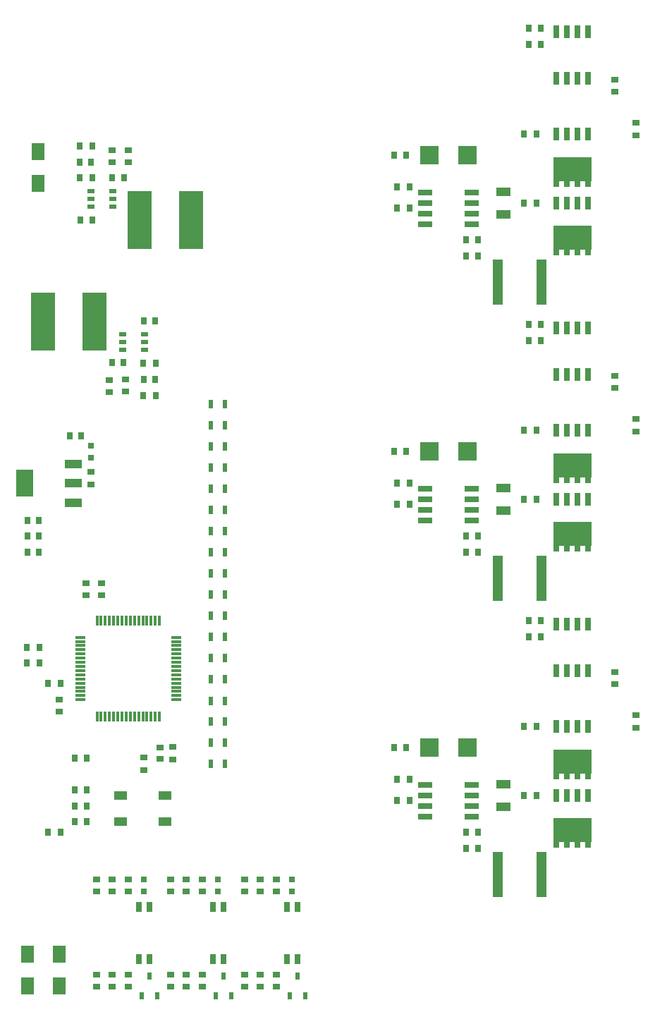
<source format=gtp>
G04*
G04 #@! TF.GenerationSoftware,Altium Limited,Altium Designer,19.1.7 (138)*
G04*
G04 Layer_Color=8421504*
%FSLAX25Y25*%
%MOIN*%
G70*
G01*
G75*
%ADD15R,0.02756X0.03543*%
%ADD16R,0.02284X0.03937*%
%ADD17R,0.03543X0.02756*%
%ADD18R,0.06496X0.07874*%
%ADD19R,0.03150X0.04724*%
%ADD20R,0.03543X0.03150*%
%ADD21R,0.02362X0.03543*%
%ADD22R,0.03150X0.03150*%
%ADD23R,0.03150X0.03543*%
%ADD24R,0.03740X0.02165*%
%ADD25R,0.11811X0.27559*%
%ADD26R,0.05906X0.03937*%
%ADD27R,0.08465X0.12795*%
%ADD28R,0.08465X0.03937*%
%ADD29R,0.04700X0.01200*%
%ADD30R,0.01200X0.04700*%
%ADD31R,0.05000X0.21654*%
%ADD32R,0.06693X0.04331*%
%ADD33R,0.09055X0.09055*%
%ADD34R,0.06890X0.02559*%
%ADD35R,0.03150X0.06299*%
%ADD36R,0.18150X0.11811*%
%ADD37R,0.02559X0.06496*%
D15*
X402953Y325000D02*
D03*
X397047D02*
D03*
X402953Y317500D02*
D03*
X397047D02*
D03*
X419547Y272500D02*
D03*
X425453D02*
D03*
X452008Y444000D02*
D03*
X457913D02*
D03*
X457913Y459232D02*
D03*
X452008D02*
D03*
X577953Y252500D02*
D03*
X572047D02*
D03*
X577953Y262500D02*
D03*
X572047D02*
D03*
X577953Y392500D02*
D03*
X572047D02*
D03*
X577953Y402500D02*
D03*
X572047D02*
D03*
X577953Y532500D02*
D03*
X572047D02*
D03*
X577953Y542500D02*
D03*
X572047D02*
D03*
X427953Y561921D02*
D03*
X422047D02*
D03*
X422047Y546921D02*
D03*
X427953D02*
D03*
X412953Y308000D02*
D03*
X407047D02*
D03*
X425453Y257500D02*
D03*
X419547D02*
D03*
X425453Y242500D02*
D03*
X419547D02*
D03*
X412953Y237500D02*
D03*
X407047D02*
D03*
X576453Y277500D02*
D03*
X570547D02*
D03*
X637953Y255000D02*
D03*
X632047D02*
D03*
X637953Y287500D02*
D03*
X632047D02*
D03*
X576453Y417500D02*
D03*
X570547D02*
D03*
X637953Y395000D02*
D03*
X632047D02*
D03*
X637953Y427500D02*
D03*
X632047D02*
D03*
X570547Y557500D02*
D03*
X576453D02*
D03*
X632047Y535000D02*
D03*
X637953D02*
D03*
X632047Y567500D02*
D03*
X637953D02*
D03*
D16*
X490846Y270000D02*
D03*
X484154D02*
D03*
X490846Y280000D02*
D03*
X484154D02*
D03*
X490846Y290000D02*
D03*
X484154D02*
D03*
X490846Y299500D02*
D03*
X484154D02*
D03*
X490846Y310000D02*
D03*
X484154D02*
D03*
X490846Y320000D02*
D03*
X484154D02*
D03*
X490846Y330000D02*
D03*
X484154D02*
D03*
X490846Y340000D02*
D03*
X484154D02*
D03*
X490846Y350000D02*
D03*
X484154D02*
D03*
X490846Y360000D02*
D03*
X484154D02*
D03*
X490846Y370000D02*
D03*
X484154D02*
D03*
X490846Y380000D02*
D03*
X484154D02*
D03*
X490846Y390000D02*
D03*
X484154D02*
D03*
X490846Y400000D02*
D03*
X484154D02*
D03*
X490846Y410000D02*
D03*
X484154D02*
D03*
X490846Y420000D02*
D03*
X484154D02*
D03*
X490846Y430000D02*
D03*
X484154D02*
D03*
X490846Y440000D02*
D03*
X484154D02*
D03*
D17*
X425000Y355453D02*
D03*
Y349547D02*
D03*
X437500Y209547D02*
D03*
Y215453D02*
D03*
X515000Y170453D02*
D03*
Y164547D02*
D03*
X500000Y170453D02*
D03*
Y164547D02*
D03*
X480000Y170453D02*
D03*
Y164547D02*
D03*
X465000Y170453D02*
D03*
Y164547D02*
D03*
X445000Y170453D02*
D03*
Y164547D02*
D03*
X430000Y170453D02*
D03*
Y164547D02*
D03*
X515000Y209547D02*
D03*
Y215453D02*
D03*
X507500Y209547D02*
D03*
Y215453D02*
D03*
X480000Y209547D02*
D03*
Y215453D02*
D03*
X472500Y209547D02*
D03*
Y215453D02*
D03*
X445000Y209547D02*
D03*
Y215453D02*
D03*
X466000Y277953D02*
D03*
Y272047D02*
D03*
X452500Y272953D02*
D03*
Y267047D02*
D03*
X427500Y402047D02*
D03*
Y407953D02*
D03*
X685000Y287047D02*
D03*
Y292953D02*
D03*
X675000Y307500D02*
D03*
Y313406D02*
D03*
X685000Y427047D02*
D03*
Y432953D02*
D03*
X675000Y447500D02*
D03*
Y453406D02*
D03*
Y593406D02*
D03*
Y587500D02*
D03*
X685000Y572953D02*
D03*
Y567047D02*
D03*
D18*
X412500Y165020D02*
D03*
Y179980D02*
D03*
X397500Y165020D02*
D03*
Y179980D02*
D03*
X402500Y559402D02*
D03*
Y544441D02*
D03*
D19*
X520000Y177598D02*
D03*
X525000D02*
D03*
Y202402D02*
D03*
X520000D02*
D03*
X485000Y177598D02*
D03*
X490000D02*
D03*
Y202402D02*
D03*
X485000D02*
D03*
X450000Y177598D02*
D03*
X455000D02*
D03*
Y202402D02*
D03*
X450000D02*
D03*
D20*
X430000Y209744D02*
D03*
Y215256D02*
D03*
X500000Y209744D02*
D03*
Y215256D02*
D03*
X465000Y209744D02*
D03*
Y215256D02*
D03*
X437500Y170256D02*
D03*
Y164744D02*
D03*
X472500Y170256D02*
D03*
Y164744D02*
D03*
X507500Y170256D02*
D03*
Y164744D02*
D03*
X436000Y445744D02*
D03*
Y451256D02*
D03*
X443602Y445988D02*
D03*
Y451500D02*
D03*
X437500Y559933D02*
D03*
Y554421D02*
D03*
X460000Y277756D02*
D03*
Y272244D02*
D03*
X412500Y300256D02*
D03*
Y294744D02*
D03*
X432500Y349744D02*
D03*
Y355256D02*
D03*
X445000Y554421D02*
D03*
Y559933D02*
D03*
D21*
X521260Y160276D02*
D03*
X528740D02*
D03*
X525000Y169724D02*
D03*
X486260Y160276D02*
D03*
X493740D02*
D03*
X490000Y169724D02*
D03*
X451260Y160276D02*
D03*
X458740D02*
D03*
X455000Y169724D02*
D03*
D22*
X427500Y414548D02*
D03*
Y420453D02*
D03*
X452500Y215452D02*
D03*
Y209547D02*
D03*
X487500Y215452D02*
D03*
Y209547D02*
D03*
X522500Y215452D02*
D03*
Y209547D02*
D03*
D23*
X437244Y459500D02*
D03*
X442756D02*
D03*
X457756Y451500D02*
D03*
X452244D02*
D03*
X452244Y479232D02*
D03*
X457756D02*
D03*
X428012Y526921D02*
D03*
X422500D02*
D03*
X421988Y554421D02*
D03*
X427500D02*
D03*
X425256Y250000D02*
D03*
X419744D02*
D03*
X397244Y385000D02*
D03*
X402756D02*
D03*
X397244Y377500D02*
D03*
X402756D02*
D03*
X437500Y546921D02*
D03*
X443012D02*
D03*
X417244Y425000D02*
D03*
X422756D02*
D03*
X397244Y370000D02*
D03*
X402756D02*
D03*
X610256Y237500D02*
D03*
X604744D02*
D03*
X610256Y230000D02*
D03*
X604744D02*
D03*
X634488Y330000D02*
D03*
X640000D02*
D03*
X634488Y337500D02*
D03*
X640000D02*
D03*
X610256Y377500D02*
D03*
X604744D02*
D03*
X610256Y370000D02*
D03*
X604744D02*
D03*
X634488Y470000D02*
D03*
X640000D02*
D03*
X634488Y477500D02*
D03*
X640000D02*
D03*
Y617500D02*
D03*
X634488D02*
D03*
X640000Y610000D02*
D03*
X634488D02*
D03*
X604744Y517500D02*
D03*
X610256D02*
D03*
X604744Y510000D02*
D03*
X610256D02*
D03*
D24*
X452716Y465492D02*
D03*
Y469232D02*
D03*
Y472972D02*
D03*
X442283D02*
D03*
Y469232D02*
D03*
Y465492D02*
D03*
X437716Y540661D02*
D03*
Y536921D02*
D03*
Y533181D02*
D03*
X427283D02*
D03*
Y536921D02*
D03*
Y540661D02*
D03*
D25*
X404795Y479000D02*
D03*
X429205D02*
D03*
X474705Y526921D02*
D03*
X450295D02*
D03*
D26*
X462500Y242500D02*
D03*
X441500D02*
D03*
Y255000D02*
D03*
X462500D02*
D03*
D27*
X395984Y402500D02*
D03*
D28*
X419016Y411555D02*
D03*
Y402500D02*
D03*
Y393445D02*
D03*
D29*
X422362Y300236D02*
D03*
Y302205D02*
D03*
Y304173D02*
D03*
Y306142D02*
D03*
Y308110D02*
D03*
Y310079D02*
D03*
Y312047D02*
D03*
Y314016D02*
D03*
Y315984D02*
D03*
Y317953D02*
D03*
Y319921D02*
D03*
Y321890D02*
D03*
Y323858D02*
D03*
Y325827D02*
D03*
Y327795D02*
D03*
Y329764D02*
D03*
X467638D02*
D03*
Y327795D02*
D03*
Y325827D02*
D03*
Y323858D02*
D03*
Y321890D02*
D03*
Y319921D02*
D03*
Y317953D02*
D03*
Y315984D02*
D03*
Y314016D02*
D03*
Y312047D02*
D03*
Y310079D02*
D03*
Y308110D02*
D03*
Y306142D02*
D03*
Y304173D02*
D03*
Y302205D02*
D03*
Y300236D02*
D03*
D30*
X430236Y337638D02*
D03*
X432205D02*
D03*
X434173D02*
D03*
X436142D02*
D03*
X438110D02*
D03*
X440079D02*
D03*
X442047D02*
D03*
X444016D02*
D03*
X445984D02*
D03*
X447953D02*
D03*
X449921D02*
D03*
X451890D02*
D03*
X453858D02*
D03*
X455827D02*
D03*
X457795D02*
D03*
X459764D02*
D03*
Y292362D02*
D03*
X457795D02*
D03*
X455827D02*
D03*
X453858D02*
D03*
X451890D02*
D03*
X449921D02*
D03*
X447953D02*
D03*
X445984D02*
D03*
X444016D02*
D03*
X442047D02*
D03*
X440079D02*
D03*
X438110D02*
D03*
X436142D02*
D03*
X434173D02*
D03*
X432205D02*
D03*
X430236D02*
D03*
D31*
X619591Y217500D02*
D03*
X640409D02*
D03*
X619591Y357500D02*
D03*
X640409D02*
D03*
Y497500D02*
D03*
X619591D02*
D03*
D32*
X622500Y249685D02*
D03*
Y260315D02*
D03*
Y389685D02*
D03*
Y400315D02*
D03*
Y540315D02*
D03*
Y529685D02*
D03*
D33*
X587500Y277500D02*
D03*
X605216D02*
D03*
X587500Y417500D02*
D03*
X605216D02*
D03*
X587500Y557500D02*
D03*
X605216D02*
D03*
D34*
X607500Y245000D02*
D03*
Y250000D02*
D03*
Y255000D02*
D03*
Y260000D02*
D03*
X585453Y245000D02*
D03*
Y250000D02*
D03*
Y255000D02*
D03*
Y260000D02*
D03*
X607500Y385000D02*
D03*
Y390000D02*
D03*
Y395000D02*
D03*
Y400000D02*
D03*
X585453Y385000D02*
D03*
Y390000D02*
D03*
Y395000D02*
D03*
Y400000D02*
D03*
Y540000D02*
D03*
Y535000D02*
D03*
Y530000D02*
D03*
Y525000D02*
D03*
X607500Y540000D02*
D03*
Y535000D02*
D03*
Y530000D02*
D03*
Y525000D02*
D03*
D35*
X662500Y255000D02*
D03*
X657500D02*
D03*
X652500D02*
D03*
X647500D02*
D03*
X662500Y233165D02*
D03*
X657500D02*
D03*
X652500D02*
D03*
X647500D02*
D03*
X662500Y287500D02*
D03*
X657500D02*
D03*
X652500D02*
D03*
X647500D02*
D03*
X662500Y265665D02*
D03*
X657500D02*
D03*
X652500D02*
D03*
X647500D02*
D03*
X662500Y395000D02*
D03*
X657500D02*
D03*
X652500D02*
D03*
X647500D02*
D03*
X662500Y373165D02*
D03*
X657500D02*
D03*
X652500D02*
D03*
X647500D02*
D03*
X662500Y427500D02*
D03*
X657500D02*
D03*
X652500D02*
D03*
X647500D02*
D03*
X662500Y405665D02*
D03*
X657500D02*
D03*
X652500D02*
D03*
X647500D02*
D03*
Y513165D02*
D03*
X652500D02*
D03*
X657500D02*
D03*
X662500D02*
D03*
X647500Y535000D02*
D03*
X652500D02*
D03*
X657500D02*
D03*
X662500D02*
D03*
X647500Y545665D02*
D03*
X652500D02*
D03*
X657500D02*
D03*
X662500D02*
D03*
X647500Y567500D02*
D03*
X652500D02*
D03*
X657500D02*
D03*
X662500D02*
D03*
D36*
X655000Y238500D02*
D03*
Y271000D02*
D03*
Y378500D02*
D03*
Y411000D02*
D03*
Y518500D02*
D03*
Y551000D02*
D03*
D37*
X662500Y336122D02*
D03*
X657500D02*
D03*
X652500D02*
D03*
X647500D02*
D03*
X662500Y313878D02*
D03*
X657500D02*
D03*
X652500D02*
D03*
X647500D02*
D03*
X662500Y476122D02*
D03*
X657500D02*
D03*
X652500D02*
D03*
X647500D02*
D03*
X662500Y453878D02*
D03*
X657500D02*
D03*
X652500D02*
D03*
X647500D02*
D03*
Y593878D02*
D03*
X652500D02*
D03*
X657500D02*
D03*
X662500D02*
D03*
X647500Y616122D02*
D03*
X652500D02*
D03*
X657500D02*
D03*
X662500D02*
D03*
M02*

</source>
